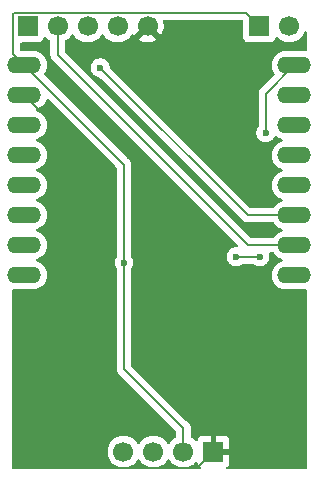
<source format=gbr>
%TF.GenerationSoftware,KiCad,Pcbnew,9.0.3-9.0.3-0~ubuntu24.04.1*%
%TF.CreationDate,2025-09-07T11:30:27-03:00*%
%TF.ProjectId,SvoCamBoardBottom,53766f43-616d-4426-9f61-7264426f7474,rev?*%
%TF.SameCoordinates,Original*%
%TF.FileFunction,Copper,L2,Bot*%
%TF.FilePolarity,Positive*%
%FSLAX46Y46*%
G04 Gerber Fmt 4.6, Leading zero omitted, Abs format (unit mm)*
G04 Created by KiCad (PCBNEW 9.0.3-9.0.3-0~ubuntu24.04.1) date 2025-09-07 11:30:27*
%MOMM*%
%LPD*%
G01*
G04 APERTURE LIST*
%TA.AperFunction,ComponentPad*%
%ADD10R,1.700000X1.700000*%
%TD*%
%TA.AperFunction,ComponentPad*%
%ADD11C,1.700000*%
%TD*%
%TA.AperFunction,ComponentPad*%
%ADD12O,2.844800X1.422400*%
%TD*%
%TA.AperFunction,ViaPad*%
%ADD13C,0.600000*%
%TD*%
%TA.AperFunction,Conductor*%
%ADD14C,0.200000*%
%TD*%
G04 APERTURE END LIST*
D10*
%TO.P,J3,1,Pin_1*%
%TO.N,Net-(J3-Pin_1)*%
X145840000Y-71000000D03*
D11*
%TO.P,J3,2,Pin_2*%
%TO.N,UATX*%
X148380000Y-71000000D03*
%TO.P,J3,3,Pin_3*%
%TO.N,RTS*%
X150920000Y-71000000D03*
%TO.P,J3,4,Pin_4*%
%TO.N,DTR*%
X153460000Y-71000000D03*
%TO.P,J3,5,Pin_5*%
%TO.N,GND*%
X156000000Y-71000000D03*
%TD*%
D10*
%TO.P,J2,1,Pin_1*%
%TO.N,GND*%
X161580000Y-107000000D03*
D11*
%TO.P,J2,2,Pin_2*%
%TO.N,+5V*%
X159040000Y-107000000D03*
%TO.P,J2,3,Pin_3*%
%TO.N,CANH*%
X156500000Y-107000000D03*
%TO.P,J2,4,Pin_4*%
%TO.N,CANL*%
X153960000Y-107000000D03*
%TD*%
D10*
%TO.P,J1,1,Pin_1*%
%TO.N,+5V*%
X165460000Y-71000000D03*
D11*
%TO.P,J1,2,Pin_2*%
%TO.N,Net-(J1-Pin_2)*%
X168000000Y-71000000D03*
%TD*%
D12*
%TO.P,U1,P$1,5V*%
%TO.N,+5V*%
X145570000Y-74270000D03*
%TO.P,U1,P$2,GND*%
%TO.N,GND*%
X145570000Y-76810000D03*
%TO.P,U1,P$3,IO12*%
%TO.N,unconnected-(U1-IO12-PadP$3)*%
X145570000Y-79350000D03*
%TO.P,U1,P$4,IO13*%
%TO.N,unconnected-(U1-IO13-PadP$4)*%
X145570000Y-81890000D03*
%TO.P,U1,P$5,IO15*%
%TO.N,unconnected-(U1-IO15-PadP$5)*%
X145570000Y-84430000D03*
%TO.P,U1,P$6,IO14*%
%TO.N,PWM_OUT1*%
X145570000Y-86970000D03*
%TO.P,U1,P$7,IO2*%
%TO.N,CANTX*%
X145570000Y-89510000D03*
%TO.P,U1,P$8,IO4*%
%TO.N,CANRX*%
X145570000Y-92050000D03*
%TO.P,U1,P$9,.GND*%
%TO.N,RST*%
X168430000Y-92050000D03*
%TO.P,U1,P$10,IO1/U0T*%
%TO.N,UATX*%
X168430000Y-89510000D03*
%TO.P,U1,P$11,IO3/U0R*%
%TO.N,UARX*%
X168430000Y-86970000D03*
%TO.P,U1,P$12,3V3.*%
%TO.N,unconnected-(U1-3V3.-PadP$12)*%
X168430000Y-84430000D03*
%TO.P,U1,P$13,GND.*%
%TO.N,unconnected-(U1-GND.-PadP$13)*%
X168430000Y-81890000D03*
%TO.P,U1,P$14,IO0*%
%TO.N,BOOT*%
X168430000Y-79350000D03*
%TO.P,U1,P$15,IO16*%
%TO.N,unconnected-(U1-IO16-PadP$15)*%
X168430000Y-76810000D03*
%TO.P,U1,P$16,3V3*%
%TO.N,+3.3V*%
X168430000Y-74270000D03*
%TD*%
D13*
%TO.N,+5V*%
X154000000Y-91000000D03*
%TO.N,GND*%
X159000000Y-91000000D03*
X166500000Y-91000000D03*
%TO.N,+3.3V*%
X165500000Y-90500000D03*
X163500000Y-90500000D03*
X166000000Y-80000000D03*
%TO.N,UARX*%
X152000000Y-74500000D03*
%TD*%
D14*
%TO.N,+5V*%
X159040000Y-104960000D02*
X159040000Y-107000000D01*
X145570000Y-74270000D02*
X154000000Y-82700000D01*
X144601000Y-69937000D02*
X144601000Y-73301000D01*
X154000000Y-91000000D02*
X154000000Y-100000000D01*
X144689000Y-69849000D02*
X144601000Y-69937000D01*
X154000000Y-82700000D02*
X154000000Y-91000000D01*
X158960000Y-104960000D02*
X159040000Y-104960000D01*
X154000000Y-100000000D02*
X158960000Y-104960000D01*
X164309000Y-69849000D02*
X144689000Y-69849000D01*
X165460000Y-71000000D02*
X164309000Y-69849000D01*
X144601000Y-73301000D02*
X145570000Y-74270000D01*
%TO.N,GND*%
X145570000Y-76810000D02*
X150500000Y-81740000D01*
X150500000Y-105899000D02*
X153000000Y-108399000D01*
X160181000Y-108399000D02*
X161580000Y-107000000D01*
X153000000Y-108399000D02*
X160181000Y-108399000D01*
X150500000Y-81740000D02*
X150500000Y-105899000D01*
%TO.N,UATX*%
X148380000Y-71000000D02*
X148380000Y-73380000D01*
X164510000Y-89510000D02*
X168430000Y-89510000D01*
X148380000Y-73380000D02*
X164510000Y-89510000D01*
%TO.N,+3.3V*%
X166000000Y-80000000D02*
X166000000Y-76700000D01*
X163500000Y-90500000D02*
X165500000Y-90500000D01*
X166000000Y-76700000D02*
X168430000Y-74270000D01*
%TO.N,UARX*%
X164470000Y-86970000D02*
X168430000Y-86970000D01*
X152000000Y-74500000D02*
X164470000Y-86970000D01*
%TD*%
%TA.AperFunction,Conductor*%
%TO.N,GND*%
G36*
X147592751Y-77151360D02*
G01*
X147625722Y-77174957D01*
X153363181Y-82912416D01*
X153396666Y-82973739D01*
X153399500Y-83000097D01*
X153399500Y-90420234D01*
X153379815Y-90487273D01*
X153378602Y-90489125D01*
X153290609Y-90620814D01*
X153290602Y-90620827D01*
X153230264Y-90766498D01*
X153230261Y-90766510D01*
X153199500Y-90921153D01*
X153199500Y-91078846D01*
X153230261Y-91233489D01*
X153230264Y-91233501D01*
X153290602Y-91379172D01*
X153290609Y-91379185D01*
X153378602Y-91510874D01*
X153399480Y-91577551D01*
X153399500Y-91579765D01*
X153399500Y-99913330D01*
X153399499Y-99913348D01*
X153399499Y-100079054D01*
X153399498Y-100079054D01*
X153440423Y-100231785D01*
X153469358Y-100281900D01*
X153469359Y-100281904D01*
X153469360Y-100281904D01*
X153519479Y-100368714D01*
X153519481Y-100368717D01*
X153638349Y-100487585D01*
X153638355Y-100487590D01*
X158403181Y-105252416D01*
X158436666Y-105313739D01*
X158439500Y-105340097D01*
X158439500Y-105714281D01*
X158419815Y-105781320D01*
X158371795Y-105824765D01*
X158332185Y-105844947D01*
X158332184Y-105844948D01*
X158160213Y-105969890D01*
X158009890Y-106120213D01*
X157884949Y-106292182D01*
X157880484Y-106300946D01*
X157832509Y-106351742D01*
X157764688Y-106368536D01*
X157698553Y-106345998D01*
X157659516Y-106300946D01*
X157655050Y-106292182D01*
X157530109Y-106120213D01*
X157379786Y-105969890D01*
X157207820Y-105844951D01*
X157018414Y-105748444D01*
X157018413Y-105748443D01*
X157018412Y-105748443D01*
X156816243Y-105682754D01*
X156816241Y-105682753D01*
X156816240Y-105682753D01*
X156654957Y-105657208D01*
X156606287Y-105649500D01*
X156393713Y-105649500D01*
X156345042Y-105657208D01*
X156183760Y-105682753D01*
X155981585Y-105748444D01*
X155792179Y-105844951D01*
X155620213Y-105969890D01*
X155469890Y-106120213D01*
X155344949Y-106292182D01*
X155340484Y-106300946D01*
X155292509Y-106351742D01*
X155224688Y-106368536D01*
X155158553Y-106345998D01*
X155119516Y-106300946D01*
X155115050Y-106292182D01*
X154990109Y-106120213D01*
X154839786Y-105969890D01*
X154667820Y-105844951D01*
X154478414Y-105748444D01*
X154478413Y-105748443D01*
X154478412Y-105748443D01*
X154276243Y-105682754D01*
X154276241Y-105682753D01*
X154276240Y-105682753D01*
X154114957Y-105657208D01*
X154066287Y-105649500D01*
X153853713Y-105649500D01*
X153805042Y-105657208D01*
X153643760Y-105682753D01*
X153441585Y-105748444D01*
X153252179Y-105844951D01*
X153080213Y-105969890D01*
X152929890Y-106120213D01*
X152804951Y-106292179D01*
X152708444Y-106481585D01*
X152642753Y-106683760D01*
X152609500Y-106893713D01*
X152609500Y-107106286D01*
X152642753Y-107316239D01*
X152708444Y-107518414D01*
X152804951Y-107707820D01*
X152929890Y-107879786D01*
X153080213Y-108030109D01*
X153252179Y-108155048D01*
X153252181Y-108155049D01*
X153252184Y-108155051D01*
X153441588Y-108251557D01*
X153460092Y-108257569D01*
X153517768Y-108297006D01*
X153544966Y-108361365D01*
X153533051Y-108430211D01*
X153485807Y-108481687D01*
X153421774Y-108499500D01*
X144624500Y-108499500D01*
X144557461Y-108479815D01*
X144511706Y-108427011D01*
X144500500Y-108375500D01*
X144500500Y-93365239D01*
X144520185Y-93298200D01*
X144572989Y-93252445D01*
X144642147Y-93242501D01*
X144643754Y-93242744D01*
X144763437Y-93261700D01*
X144763439Y-93261700D01*
X146376562Y-93261700D01*
X146376563Y-93261700D01*
X146564940Y-93231864D01*
X146746331Y-93172927D01*
X146916269Y-93086339D01*
X147070570Y-92974233D01*
X147205433Y-92839370D01*
X147317539Y-92685069D01*
X147404127Y-92515131D01*
X147463064Y-92333740D01*
X147492900Y-92145363D01*
X147492900Y-91954637D01*
X147463064Y-91766260D01*
X147404127Y-91584869D01*
X147404127Y-91584868D01*
X147317538Y-91414930D01*
X147291568Y-91379185D01*
X147205433Y-91260630D01*
X147070570Y-91125767D01*
X146916269Y-91013661D01*
X146909649Y-91010288D01*
X146746331Y-90927072D01*
X146746328Y-90927071D01*
X146656641Y-90897931D01*
X146598966Y-90858494D01*
X146571767Y-90794135D01*
X146583681Y-90725289D01*
X146630925Y-90673813D01*
X146656641Y-90662069D01*
X146746328Y-90632928D01*
X146746331Y-90632927D01*
X146916269Y-90546339D01*
X147070570Y-90434233D01*
X147205433Y-90299370D01*
X147317539Y-90145069D01*
X147404127Y-89975131D01*
X147463064Y-89793740D01*
X147492900Y-89605363D01*
X147492900Y-89414637D01*
X147463064Y-89226260D01*
X147404127Y-89044869D01*
X147404127Y-89044868D01*
X147330848Y-88901051D01*
X147317539Y-88874931D01*
X147205433Y-88720630D01*
X147070570Y-88585767D01*
X146916269Y-88473661D01*
X146746331Y-88387072D01*
X146746328Y-88387071D01*
X146656641Y-88357931D01*
X146598966Y-88318494D01*
X146571767Y-88254135D01*
X146583681Y-88185289D01*
X146630925Y-88133813D01*
X146656641Y-88122069D01*
X146746328Y-88092928D01*
X146746331Y-88092927D01*
X146916269Y-88006339D01*
X147070570Y-87894233D01*
X147205433Y-87759370D01*
X147317539Y-87605069D01*
X147404127Y-87435131D01*
X147463064Y-87253740D01*
X147492900Y-87065363D01*
X147492900Y-86874637D01*
X147463064Y-86686260D01*
X147404127Y-86504869D01*
X147404127Y-86504868D01*
X147330848Y-86361051D01*
X147317539Y-86334931D01*
X147205433Y-86180630D01*
X147070570Y-86045767D01*
X146916269Y-85933661D01*
X146746331Y-85847072D01*
X146746328Y-85847071D01*
X146656641Y-85817931D01*
X146598966Y-85778494D01*
X146571767Y-85714135D01*
X146583681Y-85645289D01*
X146630925Y-85593813D01*
X146656641Y-85582069D01*
X146746328Y-85552928D01*
X146746331Y-85552927D01*
X146916269Y-85466339D01*
X147070570Y-85354233D01*
X147205433Y-85219370D01*
X147317539Y-85065069D01*
X147404127Y-84895131D01*
X147463064Y-84713740D01*
X147492900Y-84525363D01*
X147492900Y-84334637D01*
X147463064Y-84146260D01*
X147404127Y-83964869D01*
X147404127Y-83964868D01*
X147317538Y-83794930D01*
X147205433Y-83640630D01*
X147070570Y-83505767D01*
X146916269Y-83393661D01*
X146746331Y-83307072D01*
X146746328Y-83307071D01*
X146656641Y-83277931D01*
X146598966Y-83238494D01*
X146571767Y-83174135D01*
X146583681Y-83105289D01*
X146630925Y-83053813D01*
X146656641Y-83042069D01*
X146746328Y-83012928D01*
X146746331Y-83012927D01*
X146771511Y-83000097D01*
X146916269Y-82926339D01*
X147070570Y-82814233D01*
X147205433Y-82679370D01*
X147317539Y-82525069D01*
X147404127Y-82355131D01*
X147463064Y-82173740D01*
X147492900Y-81985363D01*
X147492900Y-81794637D01*
X147463064Y-81606260D01*
X147404127Y-81424869D01*
X147404127Y-81424868D01*
X147317538Y-81254930D01*
X147205433Y-81100630D01*
X147070570Y-80965767D01*
X146916269Y-80853661D01*
X146746331Y-80767072D01*
X146746328Y-80767071D01*
X146656641Y-80737931D01*
X146598966Y-80698494D01*
X146571767Y-80634135D01*
X146583681Y-80565289D01*
X146630925Y-80513813D01*
X146656641Y-80502069D01*
X146746328Y-80472928D01*
X146746331Y-80472927D01*
X146916269Y-80386339D01*
X147070570Y-80274233D01*
X147205433Y-80139370D01*
X147317539Y-79985069D01*
X147404127Y-79815131D01*
X147463064Y-79633740D01*
X147492900Y-79445363D01*
X147492900Y-79254637D01*
X147463064Y-79066260D01*
X147404127Y-78884869D01*
X147404127Y-78884868D01*
X147317538Y-78714930D01*
X147205433Y-78560630D01*
X147070570Y-78425767D01*
X146916269Y-78313661D01*
X146746331Y-78227072D01*
X146746328Y-78227071D01*
X146655832Y-78197668D01*
X146598157Y-78158231D01*
X146570958Y-78093872D01*
X146582872Y-78025026D01*
X146630116Y-77973550D01*
X146655832Y-77961806D01*
X146746136Y-77932464D01*
X146916007Y-77845910D01*
X147070245Y-77733848D01*
X147070246Y-77733848D01*
X147205048Y-77599046D01*
X147205048Y-77599045D01*
X147317110Y-77444807D01*
X147403662Y-77274940D01*
X147420109Y-77224321D01*
X147459546Y-77166645D01*
X147523904Y-77139446D01*
X147592751Y-77151360D01*
G37*
%TD.AperFunction*%
%TA.AperFunction,Conductor*%
G36*
X155301444Y-107653999D02*
G01*
X155340486Y-107699056D01*
X155344951Y-107707820D01*
X155469890Y-107879786D01*
X155620213Y-108030109D01*
X155792179Y-108155048D01*
X155792181Y-108155049D01*
X155792184Y-108155051D01*
X155981588Y-108251557D01*
X156000092Y-108257569D01*
X156057768Y-108297006D01*
X156084966Y-108361365D01*
X156073051Y-108430211D01*
X156025807Y-108481687D01*
X155961774Y-108499500D01*
X154498226Y-108499500D01*
X154431187Y-108479815D01*
X154385432Y-108427011D01*
X154375488Y-108357853D01*
X154404513Y-108294297D01*
X154459906Y-108257569D01*
X154478412Y-108251557D01*
X154667816Y-108155051D01*
X154754478Y-108092088D01*
X154839786Y-108030109D01*
X154839788Y-108030106D01*
X154839792Y-108030104D01*
X154990104Y-107879792D01*
X154990106Y-107879788D01*
X154990109Y-107879786D01*
X155115048Y-107707820D01*
X155115047Y-107707820D01*
X155115051Y-107707816D01*
X155119514Y-107699054D01*
X155167488Y-107648259D01*
X155235308Y-107631463D01*
X155301444Y-107653999D01*
G37*
%TD.AperFunction*%
%TA.AperFunction,Conductor*%
G36*
X157841444Y-107653999D02*
G01*
X157880486Y-107699056D01*
X157884951Y-107707820D01*
X158009890Y-107879786D01*
X158160213Y-108030109D01*
X158332179Y-108155048D01*
X158332181Y-108155049D01*
X158332184Y-108155051D01*
X158521588Y-108251557D01*
X158540092Y-108257569D01*
X158597768Y-108297006D01*
X158624966Y-108361365D01*
X158613051Y-108430211D01*
X158565807Y-108481687D01*
X158501774Y-108499500D01*
X157038226Y-108499500D01*
X156971187Y-108479815D01*
X156925432Y-108427011D01*
X156915488Y-108357853D01*
X156944513Y-108294297D01*
X156999906Y-108257569D01*
X157018412Y-108251557D01*
X157207816Y-108155051D01*
X157294478Y-108092088D01*
X157379786Y-108030109D01*
X157379788Y-108030106D01*
X157379792Y-108030104D01*
X157530104Y-107879792D01*
X157530106Y-107879788D01*
X157530109Y-107879786D01*
X157655048Y-107707820D01*
X157655047Y-107707820D01*
X157655051Y-107707816D01*
X157659514Y-107699054D01*
X157707488Y-107648259D01*
X157775308Y-107631463D01*
X157841444Y-107653999D01*
G37*
%TD.AperFunction*%
%TA.AperFunction,Conductor*%
G36*
X160164728Y-107887680D02*
G01*
X160220662Y-107929551D01*
X160237577Y-107960528D01*
X160286646Y-108092088D01*
X160286649Y-108092093D01*
X160372809Y-108207187D01*
X160372812Y-108207190D01*
X160465042Y-108276234D01*
X160506913Y-108332168D01*
X160511897Y-108401859D01*
X160478411Y-108463182D01*
X160417088Y-108496666D01*
X160390731Y-108499500D01*
X159578226Y-108499500D01*
X159511187Y-108479815D01*
X159465432Y-108427011D01*
X159455488Y-108357853D01*
X159484513Y-108294297D01*
X159539906Y-108257569D01*
X159558412Y-108251557D01*
X159747816Y-108155051D01*
X159834478Y-108092088D01*
X159919784Y-108030110D01*
X159919784Y-108030109D01*
X159919792Y-108030104D01*
X160033717Y-107916178D01*
X160095036Y-107882696D01*
X160164728Y-107887680D01*
G37*
%TD.AperFunction*%
%TA.AperFunction,Conductor*%
G36*
X147303578Y-71883488D02*
G01*
X147358418Y-71895417D01*
X147386673Y-71916569D01*
X147500213Y-72030109D01*
X147672184Y-72155051D01*
X147672184Y-72155052D01*
X147711793Y-72175233D01*
X147762590Y-72223206D01*
X147779500Y-72285718D01*
X147779500Y-73293330D01*
X147779499Y-73293348D01*
X147779499Y-73459054D01*
X147779498Y-73459054D01*
X147820423Y-73611785D01*
X147849358Y-73661900D01*
X147849359Y-73661904D01*
X147849360Y-73661904D01*
X147899479Y-73748714D01*
X147899481Y-73748717D01*
X148018349Y-73867585D01*
X148018355Y-73867590D01*
X163638583Y-89487819D01*
X163672068Y-89549142D01*
X163667084Y-89618834D01*
X163625212Y-89674767D01*
X163559748Y-89699184D01*
X163550902Y-89699500D01*
X163421155Y-89699500D01*
X163266510Y-89730261D01*
X163266498Y-89730264D01*
X163120827Y-89790602D01*
X163120814Y-89790609D01*
X162989711Y-89878210D01*
X162989707Y-89878213D01*
X162878213Y-89989707D01*
X162878210Y-89989711D01*
X162790609Y-90120814D01*
X162790602Y-90120827D01*
X162730264Y-90266498D01*
X162730261Y-90266510D01*
X162699500Y-90421153D01*
X162699500Y-90578846D01*
X162730261Y-90733489D01*
X162730264Y-90733501D01*
X162790602Y-90879172D01*
X162790609Y-90879185D01*
X162878210Y-91010288D01*
X162878213Y-91010292D01*
X162989707Y-91121786D01*
X162989711Y-91121789D01*
X163120814Y-91209390D01*
X163120827Y-91209397D01*
X163266498Y-91269735D01*
X163266503Y-91269737D01*
X163421153Y-91300499D01*
X163421156Y-91300500D01*
X163421158Y-91300500D01*
X163578844Y-91300500D01*
X163578845Y-91300499D01*
X163733497Y-91269737D01*
X163879179Y-91209394D01*
X164004336Y-91125767D01*
X164010875Y-91121398D01*
X164077553Y-91100520D01*
X164079766Y-91100500D01*
X164920234Y-91100500D01*
X164987273Y-91120185D01*
X164989125Y-91121398D01*
X165120814Y-91209390D01*
X165120827Y-91209397D01*
X165266498Y-91269735D01*
X165266503Y-91269737D01*
X165421153Y-91300499D01*
X165421156Y-91300500D01*
X165421158Y-91300500D01*
X165578844Y-91300500D01*
X165578845Y-91300499D01*
X165733497Y-91269737D01*
X165879179Y-91209394D01*
X166010289Y-91121789D01*
X166121789Y-91010289D01*
X166209394Y-90879179D01*
X166269737Y-90733497D01*
X166300500Y-90578842D01*
X166300500Y-90421158D01*
X166300500Y-90421155D01*
X166300499Y-90421153D01*
X166268549Y-90260528D01*
X166270852Y-90260069D01*
X166270706Y-90243529D01*
X166266871Y-90216853D01*
X166270403Y-90209117D01*
X166270329Y-90200614D01*
X166284698Y-90177815D01*
X166295896Y-90153297D01*
X166303050Y-90148699D01*
X166307585Y-90141505D01*
X166332002Y-90130093D01*
X166354674Y-90115523D01*
X166366955Y-90113757D01*
X166370882Y-90111922D01*
X166389609Y-90110500D01*
X166594164Y-90110500D01*
X166661203Y-90130185D01*
X166694482Y-90161615D01*
X166728994Y-90209117D01*
X166794567Y-90299370D01*
X166929430Y-90434233D01*
X167083731Y-90546339D01*
X167167080Y-90588807D01*
X167253668Y-90632927D01*
X167253671Y-90632928D01*
X167343358Y-90662069D01*
X167401034Y-90701506D01*
X167428232Y-90765865D01*
X167416317Y-90834711D01*
X167369073Y-90886187D01*
X167343358Y-90897931D01*
X167253671Y-90927071D01*
X167253668Y-90927072D01*
X167083730Y-91013661D01*
X166929427Y-91125769D01*
X166794569Y-91260627D01*
X166682461Y-91414930D01*
X166595872Y-91584868D01*
X166595871Y-91584871D01*
X166536936Y-91766258D01*
X166507100Y-91954637D01*
X166507100Y-92145362D01*
X166536936Y-92333741D01*
X166595871Y-92515128D01*
X166595872Y-92515131D01*
X166682461Y-92685069D01*
X166794567Y-92839370D01*
X166929430Y-92974233D01*
X167083731Y-93086339D01*
X167167080Y-93128807D01*
X167253668Y-93172927D01*
X167253671Y-93172928D01*
X167344364Y-93202395D01*
X167435060Y-93231864D01*
X167623437Y-93261700D01*
X167623438Y-93261700D01*
X169236561Y-93261700D01*
X169236563Y-93261700D01*
X169356104Y-93242766D01*
X169425395Y-93251720D01*
X169478847Y-93296716D01*
X169499487Y-93363468D01*
X169499500Y-93365239D01*
X169499500Y-108375500D01*
X169479815Y-108442539D01*
X169427011Y-108488294D01*
X169375500Y-108499500D01*
X162769269Y-108499500D01*
X162702230Y-108479815D01*
X162656475Y-108427011D01*
X162646531Y-108357853D01*
X162675556Y-108294297D01*
X162694958Y-108276234D01*
X162787187Y-108207190D01*
X162787190Y-108207187D01*
X162873350Y-108092093D01*
X162873354Y-108092086D01*
X162923596Y-107957379D01*
X162923598Y-107957372D01*
X162929999Y-107897844D01*
X162930000Y-107897827D01*
X162930000Y-107250000D01*
X162013012Y-107250000D01*
X162045925Y-107192993D01*
X162080000Y-107065826D01*
X162080000Y-106934174D01*
X162045925Y-106807007D01*
X162013012Y-106750000D01*
X162930000Y-106750000D01*
X162930000Y-106102172D01*
X162929999Y-106102155D01*
X162923598Y-106042627D01*
X162923596Y-106042620D01*
X162873354Y-105907913D01*
X162873350Y-105907906D01*
X162787190Y-105792812D01*
X162787187Y-105792809D01*
X162672093Y-105706649D01*
X162672086Y-105706645D01*
X162537379Y-105656403D01*
X162537372Y-105656401D01*
X162477844Y-105650000D01*
X161830000Y-105650000D01*
X161830000Y-106566988D01*
X161772993Y-106534075D01*
X161645826Y-106500000D01*
X161514174Y-106500000D01*
X161387007Y-106534075D01*
X161330000Y-106566988D01*
X161330000Y-105650000D01*
X160682155Y-105650000D01*
X160622627Y-105656401D01*
X160622620Y-105656403D01*
X160487913Y-105706645D01*
X160487906Y-105706649D01*
X160372812Y-105792809D01*
X160372809Y-105792812D01*
X160286649Y-105907906D01*
X160286646Y-105907912D01*
X160237577Y-106039471D01*
X160195705Y-106095404D01*
X160130241Y-106119821D01*
X160061968Y-106104969D01*
X160033714Y-106083818D01*
X159919786Y-105969890D01*
X159747815Y-105844948D01*
X159747814Y-105844947D01*
X159708205Y-105824765D01*
X159657409Y-105776791D01*
X159640500Y-105714281D01*
X159640500Y-104880945D01*
X159640500Y-104880943D01*
X159599577Y-104728216D01*
X159599573Y-104728209D01*
X159520524Y-104591290D01*
X159520518Y-104591282D01*
X159408717Y-104479481D01*
X159408709Y-104479475D01*
X159271790Y-104400426D01*
X159271787Y-104400424D01*
X159271784Y-104400423D01*
X159271780Y-104400422D01*
X159264275Y-104397313D01*
X159264876Y-104395859D01*
X159218064Y-104368829D01*
X154636819Y-99787584D01*
X154603334Y-99726261D01*
X154600500Y-99699903D01*
X154600500Y-91579765D01*
X154620185Y-91512726D01*
X154621398Y-91510874D01*
X154709390Y-91379185D01*
X154709390Y-91379184D01*
X154709394Y-91379179D01*
X154769737Y-91233497D01*
X154800500Y-91078842D01*
X154800500Y-90921158D01*
X154800500Y-90921155D01*
X154800499Y-90921153D01*
X154784018Y-90838300D01*
X154769737Y-90766503D01*
X154728786Y-90667638D01*
X154709397Y-90620827D01*
X154709390Y-90620814D01*
X154621398Y-90489125D01*
X154600520Y-90422447D01*
X154600500Y-90420234D01*
X154600500Y-82620945D01*
X154600500Y-82620943D01*
X154559577Y-82468216D01*
X154494288Y-82355131D01*
X154480524Y-82331290D01*
X154480521Y-82331286D01*
X154480520Y-82331284D01*
X154368716Y-82219480D01*
X154368715Y-82219479D01*
X154364385Y-82215149D01*
X154364374Y-82215139D01*
X147281654Y-75132419D01*
X147248169Y-75071096D01*
X147253153Y-75001404D01*
X147269016Y-74971853D01*
X147317539Y-74905069D01*
X147404127Y-74735131D01*
X147463064Y-74553740D01*
X147492900Y-74365363D01*
X147492900Y-74174637D01*
X147463064Y-73986260D01*
X147424506Y-73867590D01*
X147404128Y-73804871D01*
X147404127Y-73804868D01*
X147317538Y-73634930D01*
X147300722Y-73611785D01*
X147205433Y-73480630D01*
X147070570Y-73345767D01*
X146916269Y-73233661D01*
X146746331Y-73147072D01*
X146746328Y-73147071D01*
X146564941Y-73088136D01*
X146434990Y-73067554D01*
X146376563Y-73058300D01*
X146376562Y-73058300D01*
X145325500Y-73058300D01*
X145258461Y-73038615D01*
X145212706Y-72985811D01*
X145201500Y-72934300D01*
X145201500Y-72474499D01*
X145221185Y-72407460D01*
X145273989Y-72361705D01*
X145325500Y-72350499D01*
X146737871Y-72350499D01*
X146737872Y-72350499D01*
X146797483Y-72344091D01*
X146932331Y-72293796D01*
X147047546Y-72207546D01*
X147133796Y-72092331D01*
X147182811Y-71960914D01*
X147224682Y-71904983D01*
X147281652Y-71883734D01*
X147290145Y-71880566D01*
X147290146Y-71880566D01*
X147303578Y-71883488D01*
G37*
%TD.AperFunction*%
%TA.AperFunction,Conductor*%
G36*
X164052539Y-70469185D02*
G01*
X164098294Y-70521989D01*
X164109500Y-70573500D01*
X164109500Y-71897870D01*
X164109501Y-71897876D01*
X164115908Y-71957483D01*
X164166202Y-72092328D01*
X164166206Y-72092335D01*
X164252452Y-72207544D01*
X164252455Y-72207547D01*
X164367664Y-72293793D01*
X164367671Y-72293797D01*
X164502517Y-72344091D01*
X164502516Y-72344091D01*
X164509444Y-72344835D01*
X164562127Y-72350500D01*
X166357872Y-72350499D01*
X166417483Y-72344091D01*
X166552331Y-72293796D01*
X166667546Y-72207546D01*
X166753796Y-72092331D01*
X166802810Y-71960916D01*
X166844681Y-71904984D01*
X166910145Y-71880566D01*
X166978418Y-71895417D01*
X167006673Y-71916569D01*
X167120213Y-72030109D01*
X167292179Y-72155048D01*
X167292181Y-72155049D01*
X167292184Y-72155051D01*
X167481588Y-72251557D01*
X167683757Y-72317246D01*
X167893713Y-72350500D01*
X167893714Y-72350500D01*
X168106286Y-72350500D01*
X168106287Y-72350500D01*
X168316243Y-72317246D01*
X168518412Y-72251557D01*
X168707816Y-72155051D01*
X168794138Y-72092335D01*
X168879786Y-72030109D01*
X168879788Y-72030106D01*
X168879792Y-72030104D01*
X169030104Y-71879792D01*
X169030106Y-71879788D01*
X169030109Y-71879786D01*
X169155048Y-71707820D01*
X169155047Y-71707820D01*
X169155051Y-71707816D01*
X169251557Y-71518412D01*
X169257569Y-71499907D01*
X169297006Y-71442232D01*
X169361365Y-71415034D01*
X169430211Y-71426949D01*
X169481687Y-71474193D01*
X169499500Y-71538226D01*
X169499500Y-72954760D01*
X169479815Y-73021799D01*
X169427011Y-73067554D01*
X169357853Y-73077498D01*
X169356102Y-73077233D01*
X169294990Y-73067554D01*
X169236563Y-73058300D01*
X167623437Y-73058300D01*
X167565010Y-73067554D01*
X167435058Y-73088136D01*
X167253671Y-73147071D01*
X167253668Y-73147072D01*
X167083730Y-73233661D01*
X166929427Y-73345769D01*
X166794569Y-73480627D01*
X166682461Y-73634930D01*
X166595872Y-73804868D01*
X166595871Y-73804871D01*
X166536936Y-73986258D01*
X166507100Y-74174637D01*
X166507100Y-74365362D01*
X166536936Y-74553741D01*
X166595871Y-74735128D01*
X166595872Y-74735131D01*
X166682463Y-74905073D01*
X166730981Y-74971851D01*
X166754462Y-75037657D01*
X166738637Y-75105711D01*
X166718345Y-75132418D01*
X165631286Y-76219478D01*
X165519481Y-76331282D01*
X165519479Y-76331285D01*
X165469361Y-76418094D01*
X165469359Y-76418096D01*
X165440425Y-76468209D01*
X165440424Y-76468210D01*
X165440423Y-76468215D01*
X165399499Y-76620943D01*
X165399499Y-76620945D01*
X165399499Y-76789046D01*
X165399500Y-76789059D01*
X165399500Y-79420234D01*
X165379815Y-79487273D01*
X165378602Y-79489125D01*
X165290609Y-79620814D01*
X165290602Y-79620827D01*
X165230264Y-79766498D01*
X165230261Y-79766510D01*
X165199500Y-79921153D01*
X165199500Y-80078846D01*
X165230261Y-80233489D01*
X165230264Y-80233501D01*
X165290602Y-80379172D01*
X165290609Y-80379185D01*
X165378210Y-80510288D01*
X165378213Y-80510292D01*
X165489707Y-80621786D01*
X165489711Y-80621789D01*
X165620814Y-80709390D01*
X165620827Y-80709397D01*
X165760069Y-80767072D01*
X165766503Y-80769737D01*
X165921153Y-80800499D01*
X165921156Y-80800500D01*
X165921158Y-80800500D01*
X166078844Y-80800500D01*
X166078845Y-80800499D01*
X166233497Y-80769737D01*
X166379179Y-80709394D01*
X166510289Y-80621789D01*
X166621789Y-80510289D01*
X166709394Y-80379179D01*
X166733692Y-80320517D01*
X166777530Y-80266116D01*
X166843824Y-80244050D01*
X166911524Y-80261328D01*
X166928782Y-80273680D01*
X166929421Y-80274225D01*
X166929424Y-80274227D01*
X166929430Y-80274233D01*
X167083731Y-80386339D01*
X167167080Y-80428807D01*
X167253668Y-80472927D01*
X167253671Y-80472928D01*
X167343358Y-80502069D01*
X167401034Y-80541506D01*
X167428232Y-80605865D01*
X167416317Y-80674711D01*
X167369073Y-80726187D01*
X167343358Y-80737931D01*
X167253671Y-80767071D01*
X167253668Y-80767072D01*
X167083730Y-80853661D01*
X166929427Y-80965769D01*
X166794569Y-81100627D01*
X166682461Y-81254930D01*
X166595872Y-81424868D01*
X166595871Y-81424871D01*
X166536936Y-81606258D01*
X166507100Y-81794637D01*
X166507100Y-81985362D01*
X166536936Y-82173741D01*
X166595871Y-82355128D01*
X166595872Y-82355131D01*
X166653489Y-82468209D01*
X166682461Y-82525069D01*
X166794567Y-82679370D01*
X166929430Y-82814233D01*
X167083731Y-82926339D01*
X167167080Y-82968807D01*
X167253668Y-83012927D01*
X167253671Y-83012928D01*
X167343358Y-83042069D01*
X167401034Y-83081506D01*
X167428232Y-83145865D01*
X167416317Y-83214711D01*
X167369073Y-83266187D01*
X167343358Y-83277931D01*
X167253671Y-83307071D01*
X167253668Y-83307072D01*
X167083730Y-83393661D01*
X166929427Y-83505769D01*
X166794569Y-83640627D01*
X166682461Y-83794930D01*
X166595872Y-83964868D01*
X166595871Y-83964871D01*
X166536936Y-84146258D01*
X166507100Y-84334637D01*
X166507100Y-84525362D01*
X166536936Y-84713741D01*
X166595871Y-84895128D01*
X166595872Y-84895131D01*
X166682461Y-85065069D01*
X166794567Y-85219370D01*
X166929430Y-85354233D01*
X167083731Y-85466339D01*
X167167080Y-85508807D01*
X167253668Y-85552927D01*
X167253671Y-85552928D01*
X167343358Y-85582069D01*
X167401034Y-85621506D01*
X167428232Y-85685865D01*
X167416317Y-85754711D01*
X167369073Y-85806187D01*
X167343358Y-85817931D01*
X167253671Y-85847071D01*
X167253668Y-85847072D01*
X167083730Y-85933661D01*
X166929427Y-86045769D01*
X166794569Y-86180627D01*
X166794564Y-86180633D01*
X166694482Y-86318385D01*
X166639152Y-86361051D01*
X166594164Y-86369500D01*
X164770097Y-86369500D01*
X164703058Y-86349815D01*
X164682416Y-86333181D01*
X152834574Y-74485339D01*
X152801089Y-74424016D01*
X152800638Y-74421849D01*
X152769738Y-74266510D01*
X152769737Y-74266503D01*
X152731685Y-74174637D01*
X152709397Y-74120827D01*
X152709390Y-74120814D01*
X152621789Y-73989711D01*
X152621786Y-73989707D01*
X152510292Y-73878213D01*
X152510288Y-73878210D01*
X152379185Y-73790609D01*
X152379172Y-73790602D01*
X152233501Y-73730264D01*
X152233489Y-73730261D01*
X152078845Y-73699500D01*
X152078842Y-73699500D01*
X151921158Y-73699500D01*
X151921155Y-73699500D01*
X151766510Y-73730261D01*
X151766498Y-73730264D01*
X151620827Y-73790602D01*
X151620814Y-73790609D01*
X151489711Y-73878210D01*
X151489707Y-73878213D01*
X151378213Y-73989707D01*
X151378210Y-73989711D01*
X151290609Y-74120814D01*
X151290602Y-74120827D01*
X151230264Y-74266498D01*
X151230261Y-74266510D01*
X151199500Y-74421153D01*
X151199500Y-74578846D01*
X151230261Y-74733489D01*
X151230264Y-74733501D01*
X151290602Y-74879172D01*
X151290609Y-74879185D01*
X151378210Y-75010288D01*
X151378213Y-75010292D01*
X151489707Y-75121786D01*
X151489711Y-75121789D01*
X151620814Y-75209390D01*
X151620827Y-75209397D01*
X151766498Y-75269735D01*
X151766503Y-75269737D01*
X151831147Y-75282595D01*
X151921849Y-75300638D01*
X151983760Y-75333023D01*
X151985339Y-75334574D01*
X163985139Y-87334374D01*
X163985149Y-87334385D01*
X163989479Y-87338715D01*
X163989480Y-87338716D01*
X164101284Y-87450520D01*
X164188095Y-87500639D01*
X164188097Y-87500641D01*
X164226151Y-87522611D01*
X164238215Y-87529577D01*
X164390943Y-87570500D01*
X164549057Y-87570500D01*
X166594164Y-87570500D01*
X166661203Y-87590185D01*
X166694482Y-87621615D01*
X166794567Y-87759370D01*
X166929430Y-87894233D01*
X167083731Y-88006339D01*
X167167080Y-88048807D01*
X167253668Y-88092927D01*
X167253671Y-88092928D01*
X167343358Y-88122069D01*
X167401034Y-88161506D01*
X167428232Y-88225865D01*
X167416317Y-88294711D01*
X167369073Y-88346187D01*
X167343358Y-88357931D01*
X167253671Y-88387071D01*
X167253668Y-88387072D01*
X167083730Y-88473661D01*
X166929427Y-88585769D01*
X166794569Y-88720627D01*
X166794564Y-88720633D01*
X166694482Y-88858385D01*
X166639152Y-88901051D01*
X166594164Y-88909500D01*
X164810098Y-88909500D01*
X164743059Y-88889815D01*
X164722417Y-88873181D01*
X149016819Y-73167583D01*
X148983334Y-73106260D01*
X148980500Y-73079902D01*
X148980500Y-72285718D01*
X149000185Y-72218679D01*
X149048207Y-72175233D01*
X149087815Y-72155052D01*
X149087815Y-72155051D01*
X149087816Y-72155051D01*
X149179193Y-72088661D01*
X149259786Y-72030109D01*
X149259788Y-72030106D01*
X149259792Y-72030104D01*
X149410104Y-71879792D01*
X149410106Y-71879788D01*
X149410109Y-71879786D01*
X149535048Y-71707820D01*
X149535047Y-71707820D01*
X149535051Y-71707816D01*
X149539514Y-71699054D01*
X149587488Y-71648259D01*
X149655308Y-71631463D01*
X149721444Y-71653999D01*
X149760486Y-71699056D01*
X149764951Y-71707820D01*
X149889890Y-71879786D01*
X150040213Y-72030109D01*
X150212179Y-72155048D01*
X150212181Y-72155049D01*
X150212184Y-72155051D01*
X150401588Y-72251557D01*
X150603757Y-72317246D01*
X150813713Y-72350500D01*
X150813714Y-72350500D01*
X151026286Y-72350500D01*
X151026287Y-72350500D01*
X151236243Y-72317246D01*
X151438412Y-72251557D01*
X151627816Y-72155051D01*
X151714138Y-72092335D01*
X151799786Y-72030109D01*
X151799788Y-72030106D01*
X151799792Y-72030104D01*
X151950104Y-71879792D01*
X151950106Y-71879788D01*
X151950109Y-71879786D01*
X152075048Y-71707820D01*
X152075047Y-71707820D01*
X152075051Y-71707816D01*
X152079514Y-71699054D01*
X152127488Y-71648259D01*
X152195308Y-71631463D01*
X152261444Y-71653999D01*
X152300486Y-71699056D01*
X152304951Y-71707820D01*
X152429890Y-71879786D01*
X152580213Y-72030109D01*
X152752179Y-72155048D01*
X152752181Y-72155049D01*
X152752184Y-72155051D01*
X152941588Y-72251557D01*
X153143757Y-72317246D01*
X153353713Y-72350500D01*
X153353714Y-72350500D01*
X153566286Y-72350500D01*
X153566287Y-72350500D01*
X153776243Y-72317246D01*
X153978412Y-72251557D01*
X154167816Y-72155051D01*
X154254138Y-72092335D01*
X154339786Y-72030109D01*
X154339788Y-72030106D01*
X154339792Y-72030104D01*
X154490104Y-71879792D01*
X154490106Y-71879788D01*
X154490109Y-71879786D01*
X154575890Y-71761717D01*
X154615051Y-71707816D01*
X154619793Y-71698508D01*
X154667763Y-71647711D01*
X154735583Y-71630911D01*
X154801719Y-71653445D01*
X154840763Y-71698500D01*
X154845373Y-71707547D01*
X154884728Y-71761716D01*
X155517036Y-71129407D01*
X155534075Y-71192993D01*
X155599901Y-71307007D01*
X155692993Y-71400099D01*
X155807007Y-71465925D01*
X155870590Y-71482962D01*
X155238282Y-72115269D01*
X155238282Y-72115270D01*
X155292449Y-72154624D01*
X155481782Y-72251095D01*
X155683870Y-72316757D01*
X155893754Y-72350000D01*
X156106246Y-72350000D01*
X156316127Y-72316757D01*
X156316130Y-72316757D01*
X156518217Y-72251095D01*
X156707554Y-72154622D01*
X156761716Y-72115270D01*
X156761717Y-72115270D01*
X156129408Y-71482962D01*
X156192993Y-71465925D01*
X156307007Y-71400099D01*
X156400099Y-71307007D01*
X156465925Y-71192993D01*
X156482962Y-71129409D01*
X157115270Y-71761717D01*
X157115270Y-71761716D01*
X157154622Y-71707554D01*
X157251095Y-71518217D01*
X157316757Y-71316130D01*
X157316757Y-71316127D01*
X157350000Y-71106246D01*
X157350000Y-70893753D01*
X157316757Y-70683872D01*
X157316757Y-70683869D01*
X157293346Y-70611818D01*
X157291351Y-70541977D01*
X157327431Y-70482144D01*
X157390132Y-70451316D01*
X157411277Y-70449500D01*
X163985500Y-70449500D01*
X164052539Y-70469185D01*
G37*
%TD.AperFunction*%
%TD*%
M02*

</source>
